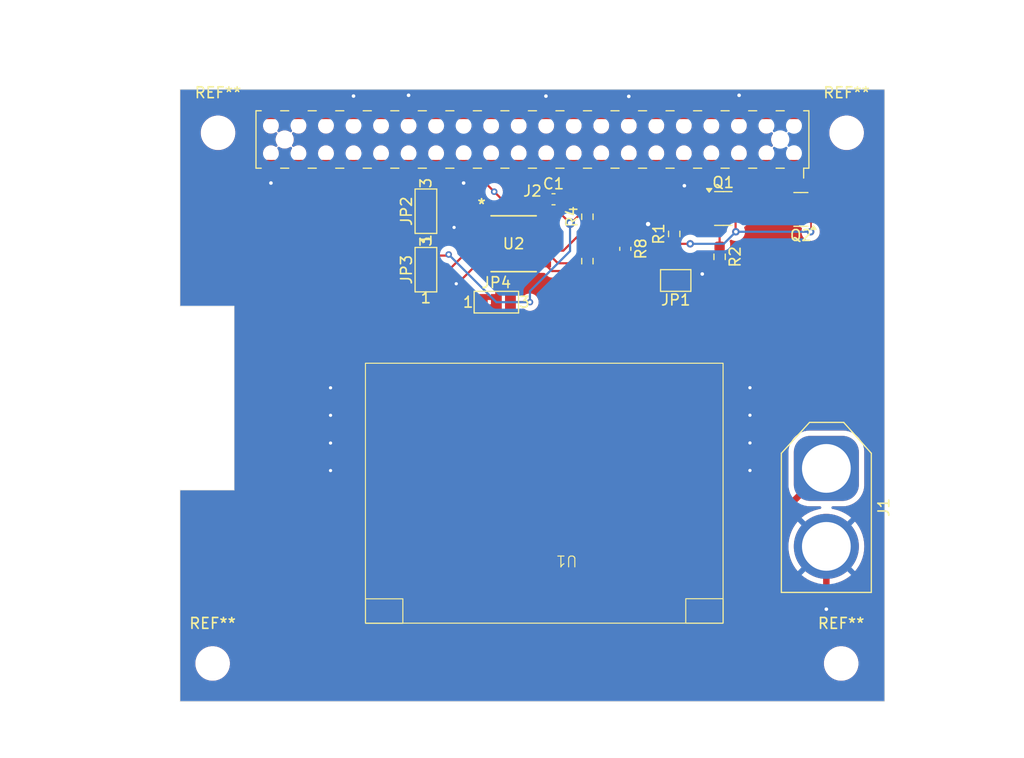
<source format=kicad_pcb>
(kicad_pcb (version 20240108) (generator "pcbnew") (generator_version "8.0")
  (layers (0 "F.Cu" signal "Front") (1 "In1.Cu" signal) (2 "In2.Cu" signal) (31 "B.Cu" signal "Back") (34 "B.Paste" user) (35 "F.Paste" user) (36 "B.SilkS" user "B.Silkscreen") (37 "F.SilkS" user "F.Silkscreen") (38 "B.Mask" user) (39 "F.Mask" user) (44 "Edge.Cuts" user))
  (net 0 "")
  (net 1 "GND")
  (net 14 "Net-(Q1B-E2)")
  (net 15 "/ID_SC{slash}GPIO1")
  (net 18 "/ID_SD{slash}GPIO0")
  (net 20 "+3V3")
  (net 32 "Net-(JP1-B)")
  (net 33 "A0")
  (net 34 "A2")
  (net 35 "Net-(Q1A-B1)")
  (net 36 "Net-(Q1B-C2)")
  (net 37 "5V")
  (net 38 "Net-(J1-Pin_1)")
  (net 39 "A1")
  (footprint "Connector_Samtec_HLE_SMD:Samtec_HLE-120-02-xxx-DV-BE-LC_2x20_P2.54mm_Horizontal" (layer "F.Cu") (at 148.73 72.48 180)
    (property "Reference" "J2" (at 0 -4.76 0) (layer "F.SilkS"))
    (property "Value" "Raspberry_Pi_2_3")
    (fp_line (start 25.51 2.65) (end 25.025 2.65) (stroke (width 0.12)) (layer "F.SilkS"))
    (fp_line (start 25.51 -2.65) (end 25.51 2.65) (stroke (width 0.12)) (layer "F.SilkS"))
    (fp_line (start 25.025 -2.65) (end 25.51 -2.65) (stroke (width 0.12)) (layer "F.SilkS"))
    (fp_line (start 22.485 2.65) (end 23.235 2.65) (stroke (width 0.12)) (layer "F.SilkS"))
    (fp_line (start 22.485 -2.65) (end 23.235 -2.65) (stroke (width 0.12)) (layer "F.SilkS"))
    (fp_line (start 19.945 2.65) (end 20.695 2.65) (stroke (width 0.12)) (layer "F.SilkS"))
    (fp_line (start 19.945 -2.65) (end 20.695 -2.65) (stroke (width 0.12)) (layer "F.SilkS"))
    (fp_line (start 17.405 2.65) (end 18.155 2.65) (stroke (width 0.12)) (layer "F.SilkS"))
    (fp_line (start 17.405 -2.65) (end 18.155 -2.65) (stroke (width 0.12)) (layer "F.SilkS"))
    (fp_line (start 14.865 2.65) (end 15.615 2.65) (stroke (width 0.12)) (layer "F.SilkS"))
    (fp_line (start 14.865 -2.65) (end 15.615 -2.65) (stroke (width 0.12)) (layer "F.SilkS"))
    (fp_line (start 12.325 2.65) (end 13.075 2.65) (stroke (width 0.12)) (layer "F.SilkS"))
    (fp_line (start 12.325 -2.65) (end 13.075 -2.65) (stroke (width 0.12)) (layer "F.SilkS"))
    (fp_line (start 9.785 2.65) (end 10.535 2.65) (stroke (width 0.12)) (layer "F.SilkS"))
    (fp_line (start 9.785 -2.65) (end 10.535 -2.65) (stroke (width 0.12)) (layer "F.SilkS"))
    (fp_line (start 7.245 2.65) (end 7.995 2.65) (stroke (width 0.12)) (layer "F.SilkS"))
    (fp_line (start 7.245 -2.65) (end 7.995 -2.65) (stroke (width 0.12)) (layer "F.SilkS"))
    (fp_line (start 4.705 2.65) (end 5.455 2.65) (stroke (width 0.12)) (layer "F.SilkS"))
    (fp_line (start 4.705 -2.65) (end 5.455 -2.65) (stroke (width 0.12)) (layer "F.SilkS"))
    (fp_line (start 2.165 2.65) (end 2.915 2.65) (stroke (width 0.12)) (layer "F.SilkS"))
    (fp_line (start 2.165 -2.65) (end 2.915 -2.65) (stroke (width 0.12)) (layer "F.SilkS"))
    (fp_line (start -0.375 2.65) (end 0.375 2.65) (stroke (width 0.12)) (layer "F.SilkS"))
    (fp_line (start -0.375 -2.65) (end 0.375 -2.65) (stroke (width 0.12)) (layer "F.SilkS"))
    (fp_line (start -2.915 2.65) (end -2.165 2.65) (stroke (width 0.12)) (layer "F.SilkS"))
    (fp_line (start -2.915 -2.65) (end -2.165 -2.65) (stroke (width 0.12)) (layer "F.SilkS"))
    (fp_line (start -5.455 2.65) (end -4.705 2.65) (stroke (width 0.12)) (layer "F.SilkS"))
    (fp_line (start -5.455 -2.65) (end -4.705 -2.65) (stroke (width 0.12)) (layer "F.SilkS"))
    (fp_line (start -7.995 2.65) (end -7.245 2.65) (stroke (width 0.12)) (layer "F.SilkS"))
    (fp_line (start -7.995 -2.65) (end -7.245 -2.65) (stroke (width 0.12)) (layer "F.SilkS"))
    (fp_line (start -10.535 2.65) (end -9.785 2.65) (stroke (width 0.12)) (layer "F.SilkS"))
    (fp_line (start -10.535 -2.65) (end -9.785 -2.65) (stroke (width 0.12)) (layer "F.SilkS"))
    (fp_line (start -13.075 2.65) (end -12.325 2.65) (stroke (width 0.12)) (layer "F.SilkS"))
    (fp_line (start -13.075 -2.65) (end -12.325 -2.65) (stroke (width 0.12)) (layer "F.SilkS"))
    (fp_line (start -15.615 2.65) (end -14.865 2.65) (stroke (width 0.12)) (layer "F.SilkS"))
    (fp_line (start -15.615 -2.65) (end -14.865 -2.65) (stroke (width 0.12)) (layer "F.SilkS"))
    (fp_line (start -18.155 2.65) (end -17.405 2.65) (stroke (width 0.12)) (layer "F.SilkS"))
    (fp_line (start -18.155 -2.65) (end -17.405 -2.65) (stroke (width 0.12)) (layer "F.SilkS"))
    (fp_line (start -20.695 2.65) (end -19.945 2.65) (stroke (width 0.12)) (layer "F.SilkS"))
    (fp_line (start -20.695 -2.65) (end -19.945 -2.65) (stroke (width 0.12)) (layer "F.SilkS"))
    (fp_line (start -23.235 2.65) (end -22.485 2.65) (stroke (width 0.12)) (layer "F.SilkS"))
    (fp_line (start -23.235 -2.65) (end -22.485 -2.65) (stroke (width 0.12)) (layer "F.SilkS"))
    (fp_line (start -25.025 -2.65) (end -25.51 -2.65) (stroke (width 0.12)) (layer "F.SilkS"))
    (fp_line (start -25.025 -3.56) (end -25.025 -2.65) (stroke (width 0.12)) (layer "F.SilkS"))
    (fp_line (start -25.51 2.65) (end -25.025 2.65) (stroke (width 0.12)) (layer "F.SilkS"))
    (fp_line (start -25.51 -2.65) (end -25.51 2.65) (stroke (width 0.12)) (layer "F.SilkS"))
    (pad "" np_thru_hole circle (at -24.13 -1.27 180) (size 0.97 0.97) (drill 0.97) (layers "*.Cu" "*.Mask"))
    (pad "" np_thru_hole circle (at -24.13 1.27 180) (size 0.97 0.97) (drill 0.97) (layers "*.Cu" "*.Mask"))
    (pad "" np_thru_hole circle (at -22.86 0 180) (size 1.19 1.19) (drill 1.19) (layers "*.Cu" "*.Mask"))
    (pad "" np_thru_hole circle (at -21.59 -1.27 180) (size 0.97 0.97) (drill 0.97) (layers "*.Cu" "*.Mask"))
    (pad "" np_thru_hole circle (at -21.59 1.27 180) (size 0.97 0.97) (drill 0.97) (layers "*.Cu" "*.Mask"))
    (pad "" np_thru_hole circle (at -19.05 -1.27 180) (size 0.97 0.97) (drill 0.97) (layers "*.Cu" "*.Mask"))
    (pad "" np_thru_hole circle (at -19.05 1.27 180) (size 0.97 0.97) (drill 0.97) (layers "*.Cu" "*.Mask"))
    (pad "" np_thru_hole circle (at -16.51 -1.27 180) (size 0.97 0.97) (drill 0.97) (layers "*.Cu" "*.Mask"))
    (pad "" np_thru_hole circle (at -16.51 1.27 180) (size 0.97 0.97) (drill 0.97) (layers "*.Cu" "*.Mask"))
    (pad "" np_thru_hole circle (at -13.97 -1.27 180) (size 0.97 0.97) (drill 0.97) (layers "*.Cu" "*.Mask"))
    (pad "" np_thru_hole circle (at -13.97 1.27 180) (size 0.97 0.97) (drill 0.97) (layers "*.Cu" "*.Mask"))
    (pad "" np_thru_hole circle (at -11.43 -1.27 180) (size 0.97 0.97) (drill 0.97) (layers "*.Cu" "*.Mask"))
    (pad "" np_thru_hole circle (at -11.43 1.27 180) (size 0.97 0.97) (drill 0.97) (layers "*.Cu" "*.Mask"))
    (pad "" np_thru_hole circle (at -8.89 -1.27 180) (size 0.97 0.97) (drill 0.97) (layers "*.Cu" "*.Mask"))
    (pad "" np_thru_hole circle (at -8.89 1.27 180) (size 0.97 0.97) (drill 0.97) (layers "*.Cu" "*.Mask"))
    (pad "" np_thru_hole circle (at -6.35 -1.27 180) (size 0.97 0.97) (drill 0.97) (layers "*.Cu" "*.Mask"))
    (pad "" np_thru_hole circle (at -6.35 1.27 180) (size 0.97 0.97) (drill 0.97) (layers "*.Cu" "*.Mask"))
    (pad "" np_thru_hole circle (at -3.81 -1.27 180) (size 0.97 0.97) (drill 0.97) (layers "*.Cu" "*.Mask"))
    (pad "" np_thru_hole circle (at -3.81 1.27 180) (size 0.97 0.97) (drill 0.97) (layers "*.Cu" "*.Mask"))
    (pad "" np_thru_hole circle (at -1.27 -1.27 180) (size 0.97 0.97) (drill 0.97) (layers "*.Cu" "*.Mask"))
    (pad "" np_thru_hole circle (at -1.27 1.27 180) (size 0.97 0.97) (drill 0.97) (layers "*.Cu" "*.Mask"))
    (pad "" np_thru_hole circle (at 1.27 -1.27 180) (size 0.97 0.97) (drill 0.97) (layers "*.Cu" "*.Mask"))
    (pad "" np_thru_hole circle (at 1.27 1.27 180) (size 0.97 0.97) (drill 0.97) (layers "*.Cu" "*.Mask"))
    (pad "" np_thru_hole circle (at 3.81 -1.27 180) (size 0.97 0.97) (drill 0.97) (layers "*.Cu" "*.Mask"))
    (pad "" np_thru_hole circle (at 3.81 1.27 180) (size 0.97 0.97) (drill 0.97) (layers "*.Cu" "*.Mask"))
    (pad "" np_thru_hole circle (at 6.35 -1.27 180) (size 0.97 0.97) (drill 0.97) (layers "*.Cu" "*.Mask"))
    (pad "" np_thru_hole circle (at 6.35 1.27 180) (size 0.97 0.97) (drill 0.97) (layers "*.Cu" "*.Mask"))
    (pad "" np_thru_hole circle (at 8.89 -1.27 180) (size 0.97 0.97) (drill 0.97) (layers "*.Cu" "*.Mask"))
    (pad "" np_thru_hole circle (at 8.89 1.27 180) (size 0.97 0.97) (drill 0.97) (layers "*.Cu" "*.Mask"))
    (pad "" np_thru_hole circle (at 11.43 -1.27 180) (size 0.97 0.97) (drill 0.97) (layers "*.Cu" "*.Mask"))
    (pad "" np_thru_hole circle (at 11.43 1.27 180) (size 0.97 0.97) (drill 0.97) (layers "*.Cu" "*.Mask"))
    (pad "" np_thru_hole circle (at 13.97 -1.27 180) (size 0.97 0.97) (drill 0.97) (layers "*.Cu" "*.Mask"))
    (pad "" np_thru_hole circle (at 13.97 1.27 180) (size 0.97 0.97) (drill 0.97) (layers "*.Cu" "*.Mask"))
    (pad "" np_thru_hole circle (at 16.51 -1.27 180) (size 0.97 0.97) (drill 0.97) (layers "*.Cu" "*.Mask"))
    (pad "" np_thru_hole circle (at 16.51 1.27 180) (size 0.97 0.97) (drill 0.97) (layers "*.Cu" "*.Mask"))
    (pad "" np_thru_hole circle (at 19.05 -1.27 180) (size 0.97 0.97) (drill 0.97) (layers "*.Cu" "*.Mask"))
    (pad "" np_thru_hole circle (at 19.05 1.27 180) (size 0.97 0.97) (drill 0.97) (layers "*.Cu" "*.Mask"))
    (pad "" np_thru_hole circle (at 21.59 -1.27 180) (size 0.97 0.97) (drill 0.97) (layers "*.Cu" "*.Mask"))
    (pad "" np_thru_hole circle (at 21.59 1.27 180) (size 0.97 0.97) (drill 0.97) (layers "*.Cu" "*.Mask"))
    (pad "" np_thru_hole circle (at 22.86 0 180) (size 1.19 1.19) (drill 1.19) (layers "*.Cu" "*.Mask"))
    (pad "" np_thru_hole circle (at 24.13 -1.27 180) (size 0.97 0.97) (drill 0.97) (layers "*.Cu" "*.Mask"))
    (pad "" np_thru_hole circle (at 24.13 1.27 180) (size 0.97 0.97) (drill 0.97) (layers "*.Cu" "*.Mask"))
    (pad "1" smd rect (at -24.13 -2.72 180) (size 1.27 1.68) (layers "F.Cu" "F.Paste" "F.Mask") (net 20 "+3V3"))
    (pad "2" smd rect (at -24.13 2.72 180) (size 1.27 1.68) (layers "F.Cu" "F.Paste" "F.Mask") (net 14 "Net-(Q1B-E2)"))
    (pad "3" smd rect (at -21.59 -2.72 180) (size 1.27 1.68) (layers "F.Cu" "F.Paste" "F.Mask"))
    (pad "4" smd rect (at -21.59 2.72 180) (size 1.27 1.68) (layers "F.Cu" "F.Paste" "F.Mask") (net 14 "Net-(Q1B-E2)"))
    (pad "5" smd rect (at -19.05 -2.72 180) (size 1.27 1.68) (layers "F.Cu" "F.Paste" "F.Mask"))
    (pad "6" smd rect (at -19.05 2.72 180) (size 1.27 1.68) (layers "F.Cu" "F.Paste" "F.Mask") (net 1 "GND"))
    (pad "7" smd rect (at -16.51 -2.72 180) (size 1.27 1.68) (layers "F.Cu" "F.Paste" "F.Mask"))
    (pad "8" smd rect (at -16.51 2.72 180) (size 1.27 1.68) (layers "F.Cu" "F.Paste" "F.Mask"))
    (pad "9" smd rect (at -13.97 -2.72 180) (size 1.27 1.68) (layers "F.Cu" "F.Paste" "F.Mask") (net 1 "GND"))
    (pad "10" smd rect (at -13.97 2.72 180) (size 1.27 1.68) (layers "F.Cu" "F.Paste" "F.Mask"))
    (pad "11" smd rect (at -11.43 -2.72 180) (size 1.27 1.68) (layers "F.Cu" "F.Paste" "F.Mask"))
    (pad "12" smd rect (at -11.43 2.72 180) (size 1.27 1.68) (layers "F.Cu" "F.Paste" "F.Mask"))
    (pad "13" smd rect (at -8.89 -2.72 180) (size 1.27 1.68) (layers "F.Cu" "F.Paste" "F.Mask"))
    (pad "14" smd rect (at -8.89 2.72 180) (size 1.27 1.68) (layers "F.Cu" "F.Paste" "F.Mask") (net 1 "GND"))
    (pad "15" smd rect (at -6.35 -2.72 180) (size 1.27 1.68) (layers "F.Cu" "F.Paste" "F.Mask"))
    (pad "16" smd rect (at -6.35 2.72 180) (size 1.27 1.68) (layers "F.Cu" "F.Paste" "F.Mask"))
    (pad "17" smd rect (at -3.81 -2.72 180) (size 1.27 1.68) (layers "F.Cu" "F.Paste" "F.Mask") (net 20 "+3V3"))
    (pad "18" smd rect (at -3.81 2.72 180) (size 1.27 1.68) (layers "F.Cu" "F.Paste" "F.Mask"))
    (pad "19" smd rect (at -1.27 -2.72 180) (size 1.27 1.68) (layers "F.Cu" "F.Paste" "F.Mask"))
    (pad "20" smd rect (at -1.27 2.72 180) (size 1.27 1.68) (layers "F.Cu" "F.Paste" "F.Mask") (net 1 "GND"))
    (pad "21" smd rect (at 1.27 -2.72 180) (size 1.27 1.68) (layers "F.Cu" "F.Paste" "F.Mask"))
    (pad "22" smd rect (at 1.27 2.72 180) (size 1.27 1.68) (layers "F.Cu" "F.Paste" "F.Mask"))
    (pad "23" smd rect (at 3.81 -2.72 180) (size 1.27 1.68) (layers "F.Cu" "F.Paste" "F.Mask"))
    (pad "24" smd rect (at 3.81 2.72 180) (size 1.27 1.68) (layers "F.Cu" "F.Paste" "F.Mask"))
    (pad "25" smd rect (at 6.35 -2.72 180) (size 1.27 1.68) (layers "F.Cu" "F.Paste" "F.Mask") (net 1 "GND"))
    (pad "26" smd rect (at 6.35 2.72 180) (size 1.27 1.68) (layers "F.Cu" "F.Paste" "F.Mask"))
    (pad "27" smd rect (at 8.89 -2.72 180) (size 1.27 1.68) (layers "F.Cu" "F.Paste" "F.Mask") (net 18 "/ID_SD{slash}GPIO0"))
    (pad "28" smd rect (at 8.89 2.72 180) (size 1.27 1.68) (layers "F.Cu" "F.Paste" "F.Mask") (net 15 "/ID_SC{slash}GPIO1"))
    (pad "29" smd rect (at 11.43 -2.72 180) (size 1.27 1.68) (layers "F.Cu" "F.Paste" "F.Mask"))
    (pad "30" smd rect (at 11.43 2.72 180) (size 1.27 1.68) (layers "F.Cu" "F.Paste" "F.Mask") (net 1 "GND"))
    (pad "31" smd rect (at 13.97 -2.72 180) (size 1.27 1.68) (layers "F.Cu" "F.Paste" "F.Mask"))
    (pad "32" smd rect (at 13.97 2.72 180) (size 1.27 1.68) (layers "F.Cu" "F.Paste" "F.Mask"))
    (pad "33" smd rect (at 16.51 -2.72 180) (size 1.27 1.68) (layers "F.Cu" "F.Paste" "F.Mask"))
    (pad "34" smd rect (at 16.51 2.72 180) (size 1.27 1.68) (layers "F.Cu" "F.Paste" "F.Mask") (net 1 "GND"))
    (pad "35" smd rect (at 19.05 -2.72 180) (size 1.27 1.68) (layers "F.Cu" "F.Paste" "F.Mask"))
    (pad "36" smd rect (at 19.05 2.72 180) (size 1.27 1.68) (layers "F.Cu" "F.Paste" "F.Mask"))
    (pad "37" smd rect (at 21.59 -2.72 180) (size 1.27 1.68) (layers "F.Cu" "F.Paste" "F.Mask"))
    (pad "38" smd rect (at 21.59 2.72 180) (size 1.27 1.68) (layers "F.Cu" "F.Paste" "F.Mask"))
    (pad "39" smd rect (at 24.13 -2.72 180) (size 1.27 1.68) (layers "F.Cu" "F.Paste" "F.Mask") (net 1 "GND"))
    (pad "40" smd rect (at 24.13 2.72 180) (size 1.27 1.68) (layers "F.Cu" "F.Paste" "F.Mask"))
  )
  (footprint "MountingHole:MountingHole_2.7mm_M2.5" (layer "F.Cu") (at 119.72 71.86)
    (property "Reference" "REF**" (at 0 -3.7 0) (layer "F.SilkS"))
    (property "Value" "MountingHole_2.75mm_M2.5")
    (pad "" np_thru_hole circle (at 0 0) (size 2.7 2.7) (drill 2.7) (layers "*.Cu" "*.Mask"))
  )
  (footprint "Jumper:SolderJumper-3_P1.3mm_Bridged2Bar12_Pad1.0x1.5mm_NumberLabels" (layer "F.Cu") (at 138.9 84.5 90)
    (property "Reference" "JP3" (at 0 -1.8 90) (layer "F.SilkS"))
    (property "Value" "SolderJumper_A1_Open")
    (fp_poly (pts (xy -0.9 -0.6) (xy -0.4 -0.6) (xy -0.4 -0.2) (xy -0.9 -0.2)) (fill solid) (layer "F.Cu"))
    (fp_poly (pts (xy -0.9 0.2) (xy -0.4 0.2) (xy -0.4 0.6) (xy -0.9 0.6)) (fill solid) (layer "F.Cu"))
    (fp_line (start 2.05 -1) (end 2.05 1) (stroke (width 0.12)) (layer "F.SilkS"))
    (fp_line (start -2.05 -1) (end 2.05 -1) (stroke (width 0.12)) (layer "F.SilkS"))
    (fp_line (start 2.05 1) (end -2.05 1) (stroke (width 0.12)) (layer "F.SilkS"))
    (fp_line (start -2.05 1) (end -2.05 -1) (stroke (width 0.12)) (layer "F.SilkS"))
    (fp_text user "3" (at 2.6 0 90) (layer "F.SilkS"))
    (fp_text user "1" (at -2.6 0 0) (layer "F.SilkS"))
    (pad "1" smd rect (at -1.3 0 90) (size 1 1.5) (layers "F.Cu" "F.Mask") (net 1 "GND"))
    (pad "2" smd rect (at 0 0 90) (size 1 1.5) (layers "F.Cu" "F.Mask") (net 39 "A1"))
    (pad "3" smd rect (at 1.3 0 90) (size 1 1.5) (layers "F.Cu" "F.Mask") (net 20 "+3V3"))
  )
  (footprint "MountingHole:MountingHole_2.7mm_M2.5" (layer "F.Cu") (at 119.22 120.86)
    (property "Reference" "REF**" (at 0 -3.7 0) (layer "F.SilkS"))
    (property "Value" "MountingHole_2.75mm_M2.5")
    (pad "" np_thru_hole circle (at 0 0) (size 2.7 2.7) (drill 2.7) (layers "*.Cu" "*.Mask"))
  )
  (footprint "MountingHole:MountingHole_2.7mm_M2.5" (layer "F.Cu") (at 177.22 120.86)
    (property "Reference" "REF**" (at 0 -3.7 0) (layer "F.SilkS"))
    (property "Value" "MountingHole_2.75mm_M2.5")
    (pad "" np_thru_hole circle (at 0 0) (size 2.7 2.7) (drill 2.7) (layers "*.Cu" "*.Mask"))
  )
  (footprint "Resistor_SMD:R_0603_1608Metric_Pad0.98x0.95mm_HandSolder" (layer "F.Cu") (at 166 83.3125 -90)
    (property "Reference" "R2" (at 0 -1.43 90) (layer "F.SilkS"))
    (property "Value" "10k")
    (fp_line (start -0.254724 0.5225) (end 0.254724 0.5225) (stroke (width 0.12)) (layer "F.SilkS"))
    (fp_line (start -0.254724 -0.5225) (end 0.254724 -0.5225) (stroke (width 0.12)) (layer "F.SilkS"))
    (pad "1" smd roundrect (at -0.9125 0 270) (size 0.975 0.95) (layers "F.Cu" "F.Paste" "F.Mask") (net 35 "Net-(Q1A-B1)"))
    (pad "2" smd roundrect (at 0.9125 0 270) (size 0.975 0.95) (layers "F.Cu" "F.Paste" "F.Mask") (net 1 "GND"))
  )
  (footprint "Package_TO_SOT_SMD:SOT-23-6" (layer "F.Cu") (at 166.3375 78.85)
    (property "Reference" "Q1" (at 0 -2.4 0) (layer "F.SilkS"))
    (property "Value" "DMMT5401")
    (fp_line (start 0 -1.56) (end -0.8 -1.56) (stroke (width 0.12)) (layer "F.SilkS"))
    (fp_line (start 0 -1.56) (end 0.8 -1.56) (stroke (width 0.12)) (layer "F.SilkS"))
    (fp_line (start 0 1.56) (end -0.8 1.56) (stroke (width 0.12)) (layer "F.SilkS"))
    (fp_line (start 0 1.56) (end 0.8 1.56) (stroke (width 0.12)) (layer "F.SilkS"))
    (fp_poly (pts (xy -1.3 -1.51) (xy -1.54 -1.84) (xy -1.06 -1.84) (xy -1.3 -1.51)) (stroke (width 0.12)) (fill solid) (layer "F.SilkS"))
    (pad "1" smd roundrect (at -1.1375 -0.95) (size 1.325 0.6) (layers "F.Cu" "F.Paste" "F.Mask") (net 35 "Net-(Q1A-B1)"))
    (pad "2" smd roundrect (at -1.1375 0) (size 1.325 0.6) (layers "F.Cu" "F.Paste" "F.Mask") (net 35 "Net-(Q1A-B1)"))
    (pad "3" smd roundrect (at -1.1375 0.95) (size 1.325 0.6) (layers "F.Cu" "F.Paste" "F.Mask") (net 35 "Net-(Q1A-B1)"))
    (pad "4" smd roundrect (at 1.1375 0.95) (size 1.325 0.6) (layers "F.Cu" "F.Paste" "F.Mask") (net 36 "Net-(Q1B-C2)"))
    (pad "5" smd roundrect (at 1.1375 0) (size 1.325 0.6) (layers "F.Cu" "F.Paste" "F.Mask") (net 14 "Net-(Q1B-E2)"))
    (pad "6" smd roundrect (at 1.1375 -0.95) (size 1.325 0.6) (layers "F.Cu" "F.Paste" "F.Mask") (net 37 "5V"))
  )
  (footprint "Capacitor_SMD:C_0603_1608Metric" (layer "F.Cu") (at 157.3 82.575 -90)
    (property "Reference" "R8" (at 0 -1.43 90) (layer "F.SilkS"))
    (property "Value" "1k")
    (fp_line (start -0.14058 0.51) (end 0.14058 0.51) (stroke (width 0.12)) (layer "F.SilkS"))
    (fp_line (start -0.14058 -0.51) (end 0.14058 -0.51) (stroke (width 0.12)) (layer "F.SilkS"))
    (pad "1" smd roundrect (at -0.775 0 270) (size 0.9 0.95) (layers "F.Cu" "F.Paste" "F.Mask") (net 20 "+3V3"))
    (pad "2" smd roundrect (at 0.775 0 270) (size 0.9 0.95) (layers "F.Cu" "F.Paste" "F.Mask") (net 32 "Net-(JP1-B)"))
  )
  (footprint "SJSU_common:5VBuckModule" (layer "F.Cu") (at 166.32175 117.139 180)
    (property "Reference" "U1" (at 14.4435 5.739 180) (layer "F.SilkS") (effects (font (thickness 0.1))))
    (property "Value" "~")
    (fp_rect (start 32.993142 -0.011416) (end 29.549642 2.249584) (stroke (width 0.1)) (fill none) (layer "F.SilkS"))
    (fp_rect (start 0.00135 -0.00333) (end 3.44485 2.25767) (stroke (width 0.1)) (fill none) (layer "F.SilkS"))
    (fp_rect (start 0 0) (end 33 24) (stroke (width 0.1)) (fill none) (layer "F.SilkS"))
    (pad "1" smd oval (at 1.7231 2.25767 270) (size 2.1 6) (layers "F.Cu" "F.Paste" "F.Mask") (net 38 "Net-(J1-Pin_1)"))
    (pad "1" smd oval (at 1.7231 4.79767 270) (size 2.1 6) (layers "F.Cu" "F.Paste" "F.Mask") (net 38 "Net-(J1-Pin_1)"))
    (pad "1" smd oval (at 1.7231 7.35767 270) (size 2.1 6) (layers "F.Cu" "F.Paste" "F.Mask") (net 38 "Net-(J1-Pin_1)"))
    (pad "1" smd oval (at 1.7231 9.89767 270) (size 2.1 6) (layers "F.Cu" "F.Paste" "F.Mask") (net 38 "Net-(J1-Pin_1)"))
    (pad "2" smd oval (at 31.271392 2.249584 90) (size 2.1 6) (layers "F.Cu" "F.Paste" "F.Mask") (net 37 "5V"))
    (pad "2" smd oval (at 31.271392 4.789584 90) (size 2.1 6) (layers "F.Cu" "F.Paste" "F.Mask") (net 37 "5V"))
    (pad "2" smd oval (at 31.271392 7.349584 90) (size 2.1 6) (layers "F.Cu" "F.Paste" "F.Mask") (net 37 "5V"))
    (pad "2" smd oval (at 31.271392 9.889584 90) (size 2.1 6) (layers "F.Cu" "F.Paste" "F.Mask") (net 37 "5V"))
    (pad "3" smd oval (at 1.72175 14.099 270) (size 2.1 6) (layers "F.Cu" "F.Paste" "F.Mask") (net 1 "GND"))
    (pad "3" smd oval (at 1.72175 16.639 270) (size 2.1 6) (layers "F.Cu" "F.Paste" "F.Mask") (net 1 "GND"))
    (pad "3" smd oval (at 1.72175 19.199 270) (size 2.1 6) (layers "F.Cu" "F.Paste" "F.Mask") (net 1 "GND"))
    (pad "3" smd oval (at 1.72175 21.739 270) (size 2.1 6) (layers "F.Cu" "F.Paste" "F.Mask") (net 1 "GND"))
    (pad "3" smd oval (at 31.272742 14.090914 90) (size 2.1 6) (layers "F.Cu" "F.Paste" "F.Mask") (net 1 "GND"))
    (pad "3" smd oval (at 31.272742 16.630914 90) (size 2.1 6) (layers "F.Cu" "F.Paste" "F.Mask") (net 1 "GND"))
    (pad "3" smd oval (at 31.272742 19.190914 90) (size 2.1 6) (layers "F.Cu" "F.Paste" "F.Mask") (net 1 "GND"))
    (pad "3" smd oval (at 31.272742 21.730914 90) (size 2.1 6) (layers "F.Cu" "F.Paste" "F.Mask") (net 1 "GND"))
  )
  (footprint "Capacitor_SMD:C_0603_1608Metric" (layer "F.Cu") (at 150.675 78)
    (property "Reference" "C1" (at 0 -1.43 360) (layer "F.SilkS"))
    (property "Value" "100nF")
    (fp_line (start -0.14058 -0.51) (end 0.14058 -0.51) (stroke (width 0.12)) (layer "F.SilkS"))
    (fp_line (start -0.14058 0.51) (end 0.14058 0.51) (stroke (width 0.12)) (layer "F.SilkS"))
    (pad "1" smd roundrect (at -0.775 0) (size 0.9 0.95) (layers "F.Cu" "F.Paste" "F.Mask") (net 20 "+3V3"))
    (pad "2" smd roundrect (at 0.775 0) (size 0.9 0.95) (layers "F.Cu" "F.Paste" "F.Mask") (net 1 "GND"))
  )
  (footprint "Package_TO_SOT_SMD:SOT-23" (layer "F.Cu") (at 173.5 78.9375 180)
    (property "Reference" "Q2" (at 0 -2.4 0) (layer "F.SilkS"))
    (property "Value" "AO3401A")
    (fp_line (start 0 1.56) (end 0.65 1.56) (stroke (width 0.12)) (layer "F.SilkS"))
    (fp_line (start 0 1.56) (end -0.65 1.56) (stroke (width 0.12)) (layer "F.SilkS"))
    (fp_line (start 0 -1.56) (end 0.65 -1.56) (stroke (width 0.12)) (layer "F.SilkS"))
    (fp_line (start 0 -1.56) (end -0.65 -1.56) (stroke (width 0.12)) (layer "F.SilkS"))
    (fp_poly (pts (xy -1.1625 -1.51) (xy -1.4025 -1.84) (xy -0.9225 -1.84) (xy -1.1625 -1.51)) (stroke (width 0.12)) (fill solid) (layer "F.SilkS"))
    (pad "1" smd roundrect (at -0.9375 -0.95 180) (size 1.475 0.6) (layers "F.Cu" "F.Paste" "F.Mask") (net 36 "Net-(Q1B-C2)"))
    (pad "2" smd roundrect (at -0.9375 0.95 180) (size 1.475 0.6) (layers "F.Cu" "F.Paste" "F.Mask") (net 14 "Net-(Q1B-E2)"))
    (pad "3" smd roundrect (at 0.9375 0 180) (size 1.475 0.6) (layers "F.Cu" "F.Paste" "F.Mask") (net 37 "5V"))
  )
  (footprint "MountingHole:MountingHole_2.7mm_M2.5" (layer "F.Cu") (at 177.72 71.86)
    (property "Reference" "REF**" (at 0 -3.7 0) (layer "F.SilkS"))
    (property "Value" "MountingHole_2.75mm_M2.5")
    (pad "" np_thru_hole circle (at 0 0) (size 2.7 2.7) (drill 2.7) (layers "*.Cu" "*.Mask"))
  )
  (footprint "Jumper:SolderJumper-2_P1.3mm_Bridged2Bar_Pad1.0x1.5mm" (layer "F.Cu") (at 161.95 85.5 180)
    (property "Reference" "JP1" (at 0 -1.8 0) (layer "F.SilkS"))
    (property "Value" "SolderJumper_2_Open")
    (fp_poly (pts (xy -0.25 0.2) (xy 0.25 0.2) (xy 0.25 0.6) (xy -0.25 0.6)) (fill solid) (layer "F.Cu"))
    (fp_poly (pts (xy -0.25 -0.6) (xy 0.25 -0.6) (xy 0.25 -0.2) (xy -0.25 -0.2)) (fill solid) (layer "F.Cu"))
    (fp_line (start 1.4 1) (end -1.4 1) (stroke (width 0.12)) (layer "F.SilkS"))
    (fp_line (start 1.4 -1) (end 1.4 1) (stroke (width 0.12)) (layer "F.SilkS"))
    (fp_line (start -1.4 1) (end -1.4 -1) (stroke (width 0.12)) (layer "F.SilkS"))
    (fp_line (start -1.4 -1) (end 1.4 -1) (stroke (width 0.12)) (layer "F.SilkS"))
    (pad "1" smd rect (at -0.65 0 180) (size 1 1.5) (layers "F.Cu" "F.Mask") (net 1 "GND"))
    (pad "2" smd rect (at 0.65 0 180) (size 1 1.5) (layers "F.Cu" "F.Mask") (net 32 "Net-(JP1-B)"))
  )
  (footprint "Jumper:SolderJumper-3_P1.3mm_Bridged2Bar12_Pad1.0x1.5mm_NumberLabels" (layer "F.Cu") (at 145.4 87.5)
    (property "Reference" "JP4" (at 0 -1.8 0) (layer "F.SilkS"))
    (property "Value" "SolderJumper_A2_Open")
    (fp_poly (pts (xy -0.9 -0.6) (xy -0.4 -0.6) (xy -0.4 -0.2) (xy -0.9 -0.2)) (fill solid) (layer "F.Cu"))
    (fp_poly (pts (xy -0.9 0.2) (xy -0.4 0.2) (xy -0.4 0.6) (xy -0.9 0.6)) (fill solid) (layer "F.Cu"))
    (fp_line (start -2.05 -1) (end 2.05 -1) (stroke (width 0.12)) (layer "F.SilkS"))
    (fp_line (start -2.05 1) (end -2.05 -1) (stroke (width 0.12)) (layer "F.SilkS"))
    (fp_line (start 2.05 -1) (end 2.05 1) (stroke (width 0.12)) (layer "F.SilkS"))
    (fp_line (start 2.05 1) (end -2.05 1) (stroke (width 0.12)) (layer "F.SilkS"))
    (fp_text user "1" (at -2.6 0 0) (layer "F.SilkS"))
    (fp_text user "3" (at 2.6 0 0) (layer "F.SilkS"))
    (pad "1" smd rect (at -1.3 0) (size 1 1.5) (layers "F.Cu" "F.Mask") (net 1 "GND"))
    (pad "2" smd rect (at 0 0) (size 1 1.5) (layers "F.Cu" "F.Mask") (net 34 "A2"))
    (pad "3" smd rect (at 1.3 0) (size 1 1.5) (layers "F.Cu" "F.Mask") (net 20 "+3V3"))
  )
  (footprint "footprints:SOIC8_ONS" (layer "F.Cu") (at 146.9949 82.105)
    (property "Reference" "U2" (at 0 0 0) (layer "F.SilkS"))
    (property "Value" "CAT24C32WI-GT3")
    (fp_line (start -2.0828 2.5781) (end 2.0828 2.5781) (stroke (width 0.1524)) (layer "F.SilkS"))
    (fp_line (start 2.0828 -2.5781) (end -2.0828 -2.5781) (stroke (width 0.1524)) (layer "F.SilkS"))
    (fp_text user "*" (at -2.9591 -3.6068 0) (layer "F.SilkS"))
    (fp_text user "*" (at -2.9591 -3.6068 0) (layer "F.SilkS"))
    (pad "1" smd rect (at -2.7051 -1.905) (size 1.4986 0.5588) (layers "F.Cu" "F.Paste" "F.Mask") (net 33 "A0"))
    (pad "2" smd rect (at -2.7051 -0.635) (size 1.4986 0.5588) (layers "F.Cu" "F.Paste" "F.Mask") (net 39 "A1"))
    (pad "3" smd rect (at -2.7051 0.635) (size 1.4986 0.5588) (layers "F.Cu" "F.Paste" "F.Mask") (net 34 "A2"))
    (pad "4" smd rect (at -2.7051 1.905) (size 1.4986 0.5588) (layers "F.Cu" "F.Paste" "F.Mask") (net 1 "GND"))
    (pad "5" smd rect (at 2.7051 1.905) (size 1.4986 0.5588) (layers "F.Cu" "F.Paste" "F.Mask") (net 18 "/ID_SD{slash}GPIO0"))
    (pad "6" smd rect (at 2.7051 0.635) (size 1.4986 0.5588) (layers "F.Cu" "F.Paste" "F.Mask") (net 15 "/ID_SC{slash}GPIO1"))
    (pad "7" smd rect (at 2.7051 -0.635) (size 1.4986 0.5588) (layers "F.Cu" "F.Paste" "F.Mask") (net 32 "Net-(JP1-B)"))
    (pad "8" smd rect (at 2.7051 -1.905) (size 1.4986 0.5588) (layers "F.Cu" "F.Paste" "F.Mask") (net 20 "+3V3"))
  )
  (footprint "Resistor_SMD:R_0603_1608Metric_Pad0.98x0.95mm_HandSolder" (layer "F.Cu") (at 153.8 83.7125 90)
    (property "Reference" "R7" (hide yes))
    (property "Value" "3.9k")
    (fp_line (start -0.254724 -0.5225) (end 0.254724 -0.5225) (stroke (width 0.12)) (layer "F.SilkS"))
    (fp_line (start -0.254724 0.5225) (end 0.254724 0.5225) (stroke (width 0.12)) (layer "F.SilkS"))
    (pad "1" smd roundrect (at -0.9125 0 90) (size 0.975 0.95) (layers "F.Cu" "F.Paste" "F.Mask") (net 18 "/ID_SD{slash}GPIO0"))
    (pad "2" smd roundrect (at 0.9125 0 90) (size 0.975 0.95) (layers "F.Cu" "F.Paste" "F.Mask") (net 20 "+3V3"))
  )
  (footprint "Jumper:SolderJumper-3_P1.3mm_Bridged2Bar12_Pad1.0x1.5mm_NumberLabels" (layer "F.Cu") (at 138.9 79.1 90)
    (property "Reference" "JP2" (at 0 -1.8 90) (layer "F.SilkS"))
    (property "Value" "SolderJumper_A0_Open")
    (fp_poly (pts (xy -0.9 -0.6) (xy -0.4 -0.6) (xy -0.4 -0.2) (xy -0.9 -0.2)) (fill solid) (layer "F.Cu"))
    (fp_poly (pts (xy -0.9 0.2) (xy -0.4 0.2) (xy -0.4 0.6) (xy -0.9 0.6)) (fill solid) (layer "F.Cu"))
    (fp_line (start 2.05 -1) (end 2.05 1) (stroke (width 0.12)) (layer "F.SilkS"))
    (fp_line (start -2.05 -1) (end 2.05 -1) (stroke (width 0.12)) (layer "F.SilkS"))
    (fp_line (start 2.05 1) (end -2.05 1) (stroke (width 0.12)) (layer "F.SilkS"))
    (fp_line (start -2.05 1) (end -2.05 -1) (stroke (width 0.12)) (layer "F.SilkS"))
    (fp_text user "3" (at 2.6 0 90) (layer "F.SilkS"))
    (fp_text user "1" (at -2.6 0 90) (layer "F.SilkS"))
    (pad "1" smd rect (at -1.3 0 90) (size 1 1.5) (layers "F.Cu" "F.Mask") (net 1 "GND"))
    (pad "2" smd rect (at 0 0 90) (size 1 1.5) (layers "F.Cu" "F.Mask") (net 33 "A0"))
    (pad "3" smd rect (at 1.3 0 90) (size 1 1.5) (layers "F.Cu" "F.Mask") (net 20 "+3V3"))
  )
  (footprint "Resistor_SMD:R_0603_1608Metric_Pad0.98x0.95mm_HandSolder" (layer "F.Cu") (at 153.8 79.6125 90)
    (property "Reference" "R4" (at 0 -1.43 90) (layer "F.SilkS"))
    (property "Value" "3.9k")
    (fp_line (start -0.254724 -0.5225) (end 0.254724 -0.5225) (stroke (width 0.12)) (layer "F.SilkS"))
    (fp_line (start -0.254724 0.5225) (end 0.254724 0.5225) (stroke (width 0.12)) (layer "F.SilkS"))
    (pad "1" smd roundrect (at -0.9125 0 90) (size 0.975 0.95) (layers "F.Cu" "F.Paste" "F.Mask") (net 15 "/ID_SC{slash}GPIO1"))
    (pad "2" smd roundrect (at 0.9125 0 90) (size 0.975 0.95) (layers "F.Cu" "F.Paste" "F.Mask") (net 20 "+3V3"))
  )
  (footprint "Resistor_SMD:R_0603_1608Metric_Pad0.98x0.95mm_HandSolder" (layer "F.Cu") (at 161.8125 81.2 90)
    (property "Reference" "R1" (at 0 -1.43 90) (layer "F.SilkS"))
    (property "Value" "47k")
    (fp_line (start -0.254724 -0.5225) (end 0.254724 -0.5225) (stroke (width 0.12)) (layer "F.SilkS"))
    (fp_line (start -0.254724 0.5225) (end 0.254724 0.5225) (stroke (width 0.12)) (layer "F.SilkS"))
    (pad "1" smd roundrect (at -0.9125 0 90) (size 0.975 0.95) (layers "F.Cu" "F.Paste" "F.Mask") (net 36 "Net-(Q1B-C2)"))
    (pad "2" smd roundrect (at 0.9125 0 90) (size 0.975 0.95) (layers "F.Cu" "F.Paste" "F.Mask") (net 1 "GND"))
  )
  (footprint "Connector_AMASS:AMASS_XT60-M_1x02_P7.20mm_Vertical" (layer "F.Cu") (at 175.85 102.85 -90)
    (property "Reference" "J1" (at 3.6 -5.3 90) (layer "F.SilkS"))
    (property "Value" "Conn_01x02_Pin")
    (fp_line (start -1.4 4.15) (end 11.45 4.15) (stroke (width 0.12)) (layer "F.SilkS"))
    (fp_line (start 11.45 4.15) (end 11.45 -4.15) (stroke (width 0.12)) (layer "F.SilkS"))
    (fp_line (start -4.25 1.55) (end -1.4 4.15) (stroke (width 0.12)) (layer "F.SilkS"))
    (fp_line (start -4.25 -1.6) (end -4.25 1.55) (stroke (width 0.12)) (layer "F.SilkS"))
    (fp_line (start -1.4 -4.15) (end -4.25 -1.6) (stroke (width 0.12)) (layer "F.SilkS"))
    (fp_line (start 11.45 -4.15) (end -1.4 -4.15) (stroke (width 0.12)) (layer "F.SilkS"))
    (pad "1" thru_hole roundrect (at 0 0 270) (size 6 6) (drill 4.5) (layers "*.Cu" "*.Mask") (net 38 "Net-(J1-Pin_1)"))
    (pad "2" thru_hole circle (at 7.2 0 270) (size 6 6) (drill 4.5) (layers "*.Cu" "*.Mask") (net 1 "GND"))
  )
  (gr_line (start 181.22 67.86) (end 116.22 67.86) (stroke (width 0.05)) (layer "Edge.Cuts"))
  (gr_line (start 121.22 104.86) (end 116.22 104.86) (stroke (width 0.05)) (layer "Edge.Cuts"))
  (gr_line (start 181.22 67.86) (end 181.22 124.36) (stroke (width 0.05)) (layer "Edge.Cuts"))
  (gr_line (start 116.22 87.86) (end 121.22 87.86) (stroke (width 0.05)) (layer "Edge.Cuts"))
  (gr_line (start 116.22 124.36) (end 181.22 124.36) (stroke (width 0.05)) (layer "Edge.Cuts"))
  (gr_line (start 116.22 87.86) (end 116.22 67.86) (stroke (width 0.05)) (layer "Edge.Cuts"))
  (gr_line (start 116.22 104.86) (end 116.22 124.36) (stroke (width 0.05)) (layer "Edge.Cuts"))
  (gr_line (start 121.22 87.86) (end 121.22 104.86) (stroke (width 0.05)) (layer "Edge.Cuts"))
  (segment (start 164.6 103.04) (end 168.8 103.04) (width 0.6) (layer "F.Cu") (net 1))
  (segment (start 164.4 84.9) (end 165.075 84.225) (width 0.5) (layer "F.Cu") (net 1))
  (segment (start 162.75 76.75) (end 162.7 76.7) (width 0.6) (layer "F.Cu") (net 1))
  (segment (start 141.7 85.8) (end 141.8 85.8) (width 0.2) (layer "F.Cu") (net 1))
  (segment (start 161.8125 80.2875) (end 159.4 80.2875) (width 0.6) (layer "F.Cu") (net 1))
  (segment (start 164.6 100.5) (end 168.8 100.5) (width 0.6) (layer "F.Cu") (net 1))
  (segment (start 162.7 76.7) (end 162.7 75.2) (width 0.6) (layer "F.Cu") (net 1))
  (segment (start 132.22 68.47) (end 132.22 69.76) (width 0.6) (layer "F.Cu") (net 1))
  (segment (start 135.049008 100.508086) (end 130.1 100.508086) (width 0.6) (layer "F.Cu") (net 1))
  (segment (start 124.6 75.2) (end 124.6 76.5) (width 0.6) (layer "F.Cu") (net 1))
  (segment (start 143.3 87.5) (end 144.1 87.5) (width 0.2) (layer "F.Cu") (net 1))
  (segment (start 175.85 110.05) (end 175.85 115.85) (width 0.6) (layer "F.Cu") (net 1))
  (segment (start 141.6 85.8) (end 143.3 87.5) (width 0.2) (layer "F.Cu") (net 1))
  (segment (start 135.049008 95.408086) (end 130.1 95.408086) (width 0.6) (layer "F.Cu") (net 1))
  (segment (start 138.9 85.8) (end 141.6 85.8) (width 0.2) (layer "F.Cu") (net 1))
  (segment (start 157.8375 80.2875) (end 159.4 80.2875) (width 0.6) (layer "F.Cu") (net 1))
  (segment (start 142.38 75.2) (end 142.38 76.5) (width 0.6) (layer "F.Cu") (net 1))
  (segment (start 150 69.76) (end 150 68.5) (width 0.6) (layer "F.Cu") (net 1))
  (segment (start 167.78 68.42) (end 167.8 68.4) (width 0.6) (layer "F.Cu") (net 1))
  (segment (start 162.6 85.5) (end 163.8 85.5) (width 0.5) (layer "F.Cu") (net 1))
  (segment (start 151.45 78) (end 151.6645 77.7855) (width 0.6) (layer "F.Cu") (net 1))
  (segment (start 138.9 80.4) (end 141.3 80.4) (width 0.2) (layer "F.Cu") (net 1))
  (segment (start 155.3355 77.7855) (end 157.8375 80.2875) (width 0.6) (layer "F.Cu") (net 1))
  (segment (start 137.3 69.76) (end 137.3 68.4) (width 0.6) (layer "F.Cu") (net 1))
  (segment (start 151.6645 77.7855) (end 155.3355 77.7855) (width 0.6) (layer "F.Cu") (net 1))
  (segment (start 135.049008 97.948086) (end 130.1 97.948086) (width 0.6) (layer "F.Cu") (net 1))
  (segment (start 167.78 69.76) (end 167.78 68.42) (width 0.6) (layer "F.Cu") (net 1))
  (segment (start 157.62 69.76) (end 157.62 68.85) (width 0.6) (layer "F.Cu") (net 1))
  (segment (start 157.62 68.85) (end 157.62 68.5) (width 0.6) (layer "F.Cu") (net 1))
  (segment (start 141.8 85.8) (end 143.59 84.01) (width 0.2) (layer "F.Cu") (net 1))
  (segment (start 165.075 84.225) (end 166 84.225) (width 0.5) (layer "F.Cu") (net 1))
  (segment (start 135.049008 103.048086) (end 130.1 103.048086) (width 0.6) (layer "F.Cu") (net 1))
  (segment (start 141.6 85.8) (end 141.7 85.8) (width 0.2) (layer "F.Cu") (net 1))
  (segment (start 150 68.5) (end 149.975 68.475) (width 0.6) (layer "F.Cu") (net 1))
  (segment (start 164.6 95.4) (end 168.8 95.4) (width 0.6) (layer "F.Cu") (net 1))
  (segment (start 141.3 80.4) (end 141.5 80.6) (width 0.2) (layer "F.Cu") (net 1))
  (segment (start 163.8 85.5) (end 164.4 84.9) (width 0.5) (layer "F.Cu") (net 1))
  (segment (start 143.59 84.01) (end 144.2898 84.01) (width 0.2) (layer "F.Cu") (net 1))
  (segment (start 164.6 97.94) (end 168.8 97.94) (width 0.6) (layer "F.Cu") (net 1))
  (via (at 149.975 68.475) (size 0.6858) (drill 0.3302) (layers "F.Cu" "B.Cu") (net 1))
  (via (at 168.8 103.04) (size 0.6) (drill 0.3) (layers "F.Cu" "B.Cu") (net 1))
  (via (at 159.4 80.2875) (size 0.9) (drill 0.4) (layers "F.Cu" "B.Cu") (net 1))
  (via (at 132.22 68.47) (size 0.6858) (drill 0.3302) (layers "F.Cu" "B.Cu") (net 1))
  (via (at 141.5 80.6) (size 0.6) (drill 0.3) (layers "F.Cu" "B.Cu") (net 1))
  (via (at 157.62 68.5) (size 0.6858) (drill 0.3302) (layers "F.Cu" "B.Cu") (net 1))
  (via (at 162.75 76.75) (size 0.6858) (drill 0.3302) (layers "F.Cu" "B.Cu") (net 1))
  (via (at 167.8 68.4) (size 0.6858) (drill 0.3302) (layers "F.Cu" "B.Cu") (net 1))
  (via (at 130.1 95.408086) (size 0.6) (drill 0.3) (layers "F.Cu" "B.Cu") (net 1))
  (via (at 168.8 95.4) (size 0.6) (drill 0.3) (layers "F.Cu" "B.Cu") (net 1))
  (via (at 142.38 76.5) (size 0.6858) (drill 0.3302) (layers "F.Cu" "B.Cu") (net 1))
  (via (at 164.4 84.9) (size 0.6858) (drill 0.3302) (layers "F.Cu" "B.Cu") (net 1))
  (via (at 137.3 68.4) (size 0.6858) (drill 0.3302) (layers "F.Cu" "B.Cu") (net 1))
  (via (at 130.1 100.508086) (size 0.6) (drill 0.3) (layers "F.Cu" "B.Cu") (net 1))
  (via (at 175.85 115.85) (size 0.6858) (drill 0.3302) (layers "F.Cu" "B.Cu") (net 1))
  (via (at 141.7 85.8) (size 0.6) (drill 0.3) (layers "F.Cu" "B.Cu") (net 1))
  (via (at 130.1 103.048086) (size 0.6) (drill 0.3) (layers "F.Cu" "B.Cu") (net 1))
  (via (at 168.8 97.94) (size 0.6) (drill 0.3) (layers "F.Cu" "B.Cu") (net 1))
  (via (at 130.1 97.948086) (size 0.6) (drill 0.3) (layers "F.Cu" "B.Cu") (net 1))
  (via (at 168.8 100.5) (size 0.6) (drill 0.3) (layers "F.Cu" "B.Cu") (net 1))
  (via (at 124.6 76.5) (size 0.6858) (drill 0.3302) (layers "F.Cu" "B.Cu") (net 1))
  (segment (start 166.5855 78.622999) (end 166.5855 77.589684) (width 0.2) (layer "F.Cu") (net 14))
  (segment (start 166.5855 77.589684) (end 166.875184 77.3) (width 0.2) (layer "F.Cu") (net 14))
  (segment (start 166.812501 78.85) (end 166.5855 78.622999) (width 0.2) (layer "F.Cu") (net 14))
  (segment (start 173.75 77.3) (end 174.4375 77.9875) (width 0.2) (layer "F.Cu") (net 14))
  (segment (start 167.475 78.85) (end 166.812501 78.85) (width 0.2) (layer "F.Cu") (net 14))
  (segment (start 173.156554 69.76) (end 174.4375 71.040946) (width 1) (layer "F.Cu") (net 14))
  (segment (start 174.4375 71.040946) (end 174.4375 77.9875) (width 1) (layer "F.Cu") (net 14))
  (segment (start 172 69.76) (end 173.156554 69.76) (width 1) (layer "F.Cu") (net 14))
  (segment (start 172 69.76) (end 172.86 69.76) (width 1) (layer "F.Cu") (net 14))
  (segment (start 166.875184 77.3) (end 173.75 77.3) (width 0.2) (layer "F.Cu") (net 14))
  (segment (start 170.32 69.76) (end 172 69.76) (width 1) (layer "F.Cu") (net 14))
  (segment (start 150.8 81.0873) (end 150.8 82.74) (width 0.2) (layer "F.Cu") (net 15))
  (segment (start 148.6064 80.7064) (end 150.4191 80.7064) (width 0.2) (layer "F.Cu") (net 15))
  (segment (start 143.9 76) (end 143.9 73.910868) (width 0.2) (layer "F.Cu") (net 15))
  (segment (start 139.84 69.850868) (end 139.84 69.76) (width 0.2) (layer "F.Cu") (net 15))
  (segment (start 150.4191 80.7064) (end 150.8 81.0873) (width 0.2) (layer "F.Cu") (net 15))
  (segment (start 143.9 73.910868) (end 139.84 69.850868) (width 0.2) (layer "F.Cu") (net 15))
  (segment (start 149.7 82.74) (end 150.8 82.74) (width 0.2) (layer "F.Cu") (net 15))
  (segment (start 145.2 77.3) (end 143.9 76) (width 0.2) (layer "F.Cu") (net 15))
  (segment (start 145.2 77.3) (end 148.6064 80.7064) (width 0.2) (layer "F.Cu") (net 15))
  (segment (start 150.8 82.74) (end 151.585 82.74) (width 0.2) (layer "F.Cu") (net 15))
  (segment (start 151.585 82.74) (end 153.8 80.525) (width 0.2) (layer "F.Cu") (net 15))
  (via (at 145.2 77.3) (size 0.6) (drill 0.3) (layers "F.Cu" "B.Cu") (net 15))
  (segment (start 149.91 84.01) (end 150.525 84.625) (width 0.2) (layer "F.Cu") (net 18))
  (segment (start 145.0986 79.5261) (end 145.2661 79.6936) (width 0.2) (layer "F.Cu") (net 18))
  (segment (start 150.525 84.625) (end 153.8 84.625) (width 0.2) (layer "F.Cu") (net 18))
  (segment (start 145.2661 80.5661) (end 148.71 84.01) (width 0.2) (layer "F.Cu") (net 18))
  (segment (start 145.2661 79.6936) (end 145.2661 80.5661) (width 0.2) (layer "F.Cu") (net 18))
  (segment (start 144.1661 79.5261) (end 145.0986 79.5261) (width 0.2) (layer "F.Cu") (net 18))
  (segment (start 148.71 84.01) (end 149.7 84.01) (width 0.2) (layer "F.Cu") (net 18))
  (segment (start 139.84 75.2) (end 144.1661 79.5261) (width 0.2) (layer "F.Cu") (net 18))
  (segment (start 149.7 84.01) (end 149.91 84.01) (width 0.2) (layer "F.Cu") (net 18))
  (segment (start 139.84 75.2) (end 139.84 75.405) (width 0.2) (layer "F.Cu") (net 18))
  (segment (start 171.36 76.7) (end 172.86 75.2) (width 0.2) (layer "F.Cu") (net 20))
  (segment (start 150 78) (end 149.9 78) (width 0.2) (layer "F.Cu") (net 20))
  (segment (start 154.502 82.098) (end 154.502 81.8) (width 0.2) (layer "F.Cu") (net 20))
  (segment (start 138.9 77.8) (end 138.496 77.8) (width 0.2) (layer "F.Cu") (net 20))
  (segment (start 162.513939 77.3199) (end 165.1981 77.3199) (width 0.2) (layer "F.Cu") (net 20))
  (segment (start 152.3 80.2) (end 153.8 78.7) (width 0.2) (layer "F.Cu") (net 20))
  (segment (start 152.54 75.2) (end 152.54 76.8) (width 0.2) (layer "F.Cu") (net 20))
  (segment (start 149.9 78) (end 149.9 80) (width 0.2) (layer "F.Cu") (net 20))
  (segment (start 137.923 78.373) (end 137.923 82.223) (width 0.2) (layer "F.Cu") (net 20))
  (segment (start 153.8 78.7) (end 153.9 78.7) (width 0.2) (layer "F.Cu") (net 20))
  (segment (start 146.7 87.5) (end 148.5 87.5) (width 0.2) (layer "F.Cu") (net 20))
  (segment (start 138.496 77.8) (end 137.923 78.373) (width 0.2) (layer "F.Cu") (net 20))
  (segment (start 161.994039 76.8) (end 162.513939 77.3199) (width 0.2) (layer "F.Cu") (net 20))
  (segment (start 154.502 79.402) (end 153.8 78.7) (width 0.2) (layer "F.Cu") (net 20))
  (segment (start 137.923 82.223) (end 138.9 83.2) (width 0.2) (layer "F.Cu") (net 20))
  (segment (start 152.54 76.8) (end 161.994039 76.8) (width 0.2) (layer "F.Cu") (net 20))
  (segment (start 141 83.1) (end 140.9 83.2) (width 0.2) (layer "F.Cu") (net 20))
  (segment (start 149.9 80) (end 149.7 80.2) (width 0.2) (layer "F.Cu") (net 20))
  (segment (start 146.7 87.5) (end 146.7 87.904) (width 0.2) (layer "F.Cu") (net 20))
  (segment (start 151.1 76.8) (end 149.9 78) (width 0.2) (layer "F.Cu") (net 20))
  (segment (start 154.502 81.8) (end 157.3 81.8) (width 0.2) (layer "F.Cu") (net 20))
  (segment (start 153.8 82.8) (end 154.502 82.098) (width 0.2) (layer "F.Cu") (net 20))
  (segment (start 152.2 80.2) (end 150 78) (width 0.2) (layer "F.Cu") (net 20))
  (segment (start 152.2 80.2) (end 152.3 80.2) (width 0.2) (layer "F.Cu") (net 20))
  (segment (start 165.1981 77.3199) (end 165.818 76.7) (width 0.2) (layer "F.Cu") (net 20))
  (segment (start 140.9 83.2) (end 138.9 83.2) (width 0.2) (layer "F.Cu") (net 20))
  (segment (start 152.54 76.8) (end 151.1 76.8) (width 0.2) (layer "F.Cu") (net 20))
  (segment (start 154.502 81.8) (end 154.502 79.402) (width 0.2) (layer "F.Cu") (net 20))
  (segment (start 165.818 76.7) (end 171.36 76.7) (width 0.2) (layer "F.Cu") (net 20))
  (via (at 141 83.1) (size 0.6) (drill 0.3) (layers "F.Cu" "B.Cu") (net 20))
  (via (at 152.2 80.2) (size 0.9) (drill 0.4) (layers "F.Cu" "B.Cu") (net 20))
  (via (at 148.5 87.5) (size 0.6) (drill 0.3) (layers "F.Cu" "B.Cu") (net 20))
  (segment (start 152.2 82.785291) (end 152.2 80.2) (width 0.2) (layer "B.Cu") (net 20))
  (segment (start 148.5 87.5) (end 148.5 86.485291) (width 0.2) (layer "B.Cu") (net 20))
  (segment (start 148.5 86.485291) (end 152.2 82.785291) (width 0.2) (layer "B.Cu") (net 20))
  (segment (start 145.4 87.5) (end 141 83.1) (width 0.2) (layer "B.Cu") (net 20))
  (segment (start 148.5 87.5) (end 145.4 87.5) (width 0.2) (layer "B.Cu") (net 20))
  (segment (start 157.3 83.35) (end 159.15 83.35) (width 0.2) (layer "F.Cu") (net 32))
  (segment (start 149.4873 81.47) (end 148.7237 82.2336) (width 0.2) (layer "F.Cu") (net 32))
  (segment (start 148.7237 83.2464) (end 148.852791 83.375491) (width 0.2) (layer "F.Cu") (net 32))
  (segment (start 149.7 81.47) (end 149.4873 81.47) (width 0.2) (layer "F.Cu") (net 32))
  (segment (start 151 83.8273) (end 151.0063 83.8273) (width 0.2) (layer "F.Cu") (net 32))
  (segment (start 150.548191 83.375491) (end 151 83.8273) (width 0.2) (layer "F.Cu") (net 32))
  (segment (start 159.15 83.35) (end 161.3 85.5) (width 0.2) (layer "F.Cu") (net 32))
  (segment (start 151.0895 83.9105) (end 156.7395 83.9105) (width 0.2) (layer "F.Cu") (net 32))
  (segment (start 151.0063 83.8273) (end 151.0895 83.9105) (width 0.2) (layer "F.Cu") (net 32))
  (segment (start 148.7237 82.2336) (end 148.7237 83.2464) (width 0.2) (layer "F.Cu") (net 32))
  (segment (start 156.7395 83.9105) (end 157.3 83.35) (width 0.2) (layer "F.Cu") (net 32))
  (segment (start 148.852791 83.375491) (end 150.548191 83.375491) (width 0.2) (layer "F.Cu") (net 32))
  (segment (start 138.9 79.1) (end 143.1898 79.1) (width 0.2) (layer "F.Cu") (net 33))
  (segment (start 143.1898 79.1) (end 144.2898 80.2) (width 0.2) (layer "F.Cu") (net 33))
  (segment (start 145.4 83.3803) (end 144.7597 82.74) (width 0.2) (layer "F.Cu") (net 34))
  (segment (start 145.4 87.5) (end 145.4 83.3803) (width 0.2) (layer "F.Cu") (net 34))
  (segment (start 144.7597 82.74) (end 144.2898 82.74) (width 0.2) (layer "F.Cu") (net 34))
  (segment (start 166 80.6) (end 165.2 79.8) (width 0.2) (layer "F.Cu") (net 35))
  (segment (start 166.125 82.275) (end 166 82.4) (width 0.2) (layer "F.Cu") (net 35))
  (segment (start 165.2 77.9) (end 165.2 79.8) (width 0.15) (layer "F.Cu") (net 35))
  (segment (start 166 82.4) (end 166 80.6) (width 0.2) (layer "F.Cu") (net 35))
  (segment (start 167.475 79.8) (end 167.475 80.975) (width 0.2) (layer "F.Cu") (net 36))
  (segment (start 163.2875 82.1125) (end 163.3 82.1) (width 0.2) (layer "F.Cu") (net 36))
  (segment (start 161.8125 82.1125) (end 163.2875 82.1125) (width 0.2) (layer "F.Cu") (net 36))
  (segment (start 167.475 80.975) (end 167.5 81) (width 0.2) (layer "F.Cu") (net 36))
  (segment (start 174.4375 79.8875) (end 174.4375 80.9625) (width 0.15) (layer "F.Cu") (net 36))
  (segment (start 174.4375 79.57304) (end 174.4375 79.8875) (width 0.15) (layer "F.Cu") (net 36))
  (via (at 167.5 81) (size 0.6858) (drill 0.3302) (layers "F.Cu" "B.Cu") (net 36))
  (via (at 163.2875 82.1125) (size 0.6858) (drill 0.3302) (layers "F.Cu" "B.Cu") (net 36))
  (via (at 174.4 81) (size 0.6858) (drill 0.3302) (layers "F.Cu" "B.Cu") (net 36))
  (segment (start 167.5 81) (end 174.4 81) (width 0.2) (layer "B.Cu") (net 36))
  (segment (start 174.4 81) (end 174.5 81) (width 0.2) (layer "B.Cu") (net 36))
  (segment (start 166.3875 82.1125) (end 167.5 81) (width 0.2) (layer "B.Cu") (net 36))
  (segment (start 163.2875 82.1125) (end 166.3875 82.1125) (width 0.2) (layer "B.Cu") (net 36))
  (segment (start 167.475 77.9) (end 168.6 77.9) (width 0.6) (layer "F.Cu") (net 37))
  (segment (start 168.6 77.9) (end 169 78.3) (width 0.6) (layer "F.Cu") (net 37))
  (segment (start 171.45867 107.24133) (end 175.85 102.85) (width 0.6) (layer "F.Cu") (net 38))
  (segment (start 164.59865 114.88133) (end 164.59865 112.34133) (width 0.6) (layer "F.Cu") (net 38))
  (segment (start 164.59865 107.24133) (end 171.45867 107.24133) (width 0.6) (layer "F.Cu") (net 38))
  (segment (start 164.59865 107.24133) (end 164.59865 109.78133) (width 0.6) (layer "F.Cu") (net 38))
  (segment (start 164.59865 109.78133) (end 164.59865 112.34133) (width 0.6) (layer "F.Cu") (net 38))
  (segment (start 141.0471 84.5) (end 144.0771 81.47) (width 0.2) (layer "F.Cu") (net 39))
  (segment (start 138.9 84.5) (end 141.0471 84.5) (width 0.2) (layer "F.Cu") (net 39))
  (segment (start 144.0771 81.47) (end 144.2898 81.47) (width 0.2) (layer "F.Cu") (net 39))
  (zone (net 37) (net_name "5V") (layer "F.Cu") (priority 1) (connect_pads (clearance 0.5)) (min_thickness 0.25) (fill yes (thermal_gap 0.5) (thermal_bridge_width 0.5))
    (polygon (pts (xy 99.6 59.6) (xy 194.1 59.6) (xy 194.1 129.6) (xy 103.6 129.6) (xy 99.6 125.6)))
  )
  (zone (net 1) (net_name "GND") (layer "B.Cu") (connect_pads (clearance 0.5)) (min_thickness 0.25) (fill yes (thermal_gap 0.5) (thermal_bridge_width 0.5))
    (polygon (pts (xy 105.3 63.8) (xy 190.5 63.8) (xy 190.5 128.4) (xy 190.4 128.5) (xy 108.1 128.5) (xy 105.3 125.7)))
  )
)
</source>
